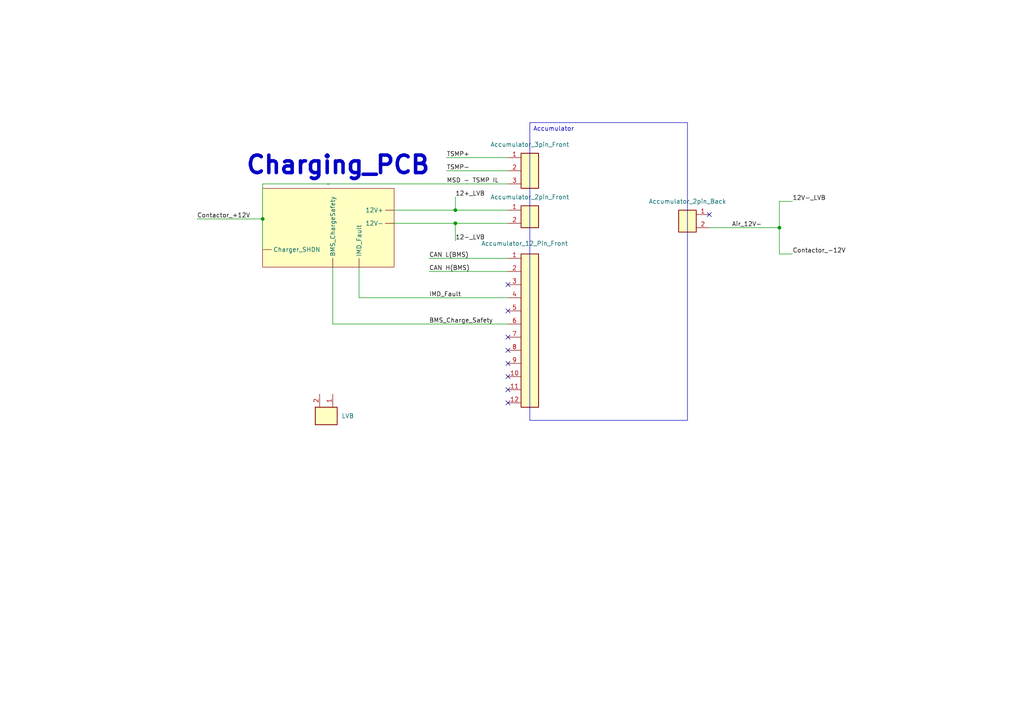
<source format=kicad_sch>
(kicad_sch (version 20250114) (generator "eeschema") (generator_version "9.0")
  (paper "A4")
  (lib_symbols
    (symbol "Connector_Generic:Conn_02x02_Counter_Clockwise" (pin_names (offset 1.016) (hide yes))
      (property "Value" "Accumulator_2pin_Front" (at 1.27 3.81 0))
      (symbol "Conn_02x02_Counter_Clockwise_1_1"
        (rectangle (start -1.27 1.27) (end 3.81 -5.08) (stroke (width 0.254)) (fill (type background)))
        (pin passive line (at -5.08 0 0) (length 3.81) (name "Pin_1") (number "1"))
        (pin passive line (at -5.08 -3.81 0) (length 3.81) (name "Pin_2") (number "2"))
      )
    )
    (symbol "Connector_Generic:Conn_02x03_Counter_Clockwise" (pin_names (offset 1.016) (hide yes))
      (property "Value" "Accumulator_3pin_Front" (at 1.27 6.35 0))
      (symbol "Conn_02x03_Counter_Clockwise_1_1"
        (rectangle (start -1.27 3.81) (end 3.81 -6.35) (stroke (width 0.254)) (fill (type background)))
        (pin passive line (at -5.08 2.54 0) (length 3.81) (name "Pin_1") (number "1"))
        (pin passive line (at -5.08 -1.27 0) (length 3.81) (name "Pin_2") (number "2"))
        (pin passive line (at -5.08 -5.08 0) (length 3.81) (name "Pin_3") (number "3"))
      )
    )
    (symbol "Connector_Generic:Conn_02x12_Counter_Clockwise" (pin_names (offset 1.016) (hide yes))
      (property "Value" "Accumulator_12_Pin" (at 0 20.828 0))
      (symbol "Conn_02x12_Counter_Clockwise_1_1"
        (rectangle (start -1.27 13.97) (end 3.81 -30.48) (stroke (width 0.254)) (fill (type background)))
        (pin passive line (at -5.08 12.7 0) (length 3.81) (name "Pin_1") (number "1"))
        (pin passive line (at -5.08 8.89 0) (length 3.81) (name "Pin_2") (number "2"))
        (pin passive line (at -5.08 5.08 0) (length 3.81) (name "Pin_3") (number "3"))
        (pin passive line (at -5.08 1.27 0) (length 3.81) (name "Pin_4") (number "4"))
        (pin passive line (at -5.08 -2.54 0) (length 3.81) (name "Pin_5") (number "5"))
        (pin passive line (at -5.08 -6.35 0) (length 3.81) (name "Pin_6") (number "6"))
        (pin passive line (at -5.08 -10.16 0) (length 3.81) (name "Pin_7") (number "7"))
        (pin passive line (at -5.08 -13.97 0) (length 3.81) (name "Pin_8") (number "8"))
        (pin passive line (at -5.08 -17.78 0) (length 3.81) (name "Pin_9") (number "9"))
        (pin passive line (at -5.08 -21.59 0) (length 3.81) (name "Pin_10") (number "10"))
        (pin passive line (at -5.08 -25.4 0) (length 3.81) (name "Pin_11") (number "11"))
        (pin passive line (at -5.08 -29.21 0) (length 3.81) (name "Pin_12") (number "12"))
      )
    )
    (symbol "New_Library:_1"
      (symbol "_1_1_1"
        (text_box "" (at -17.78 10.16 0) (size 38.1 -22.86) (margins 1.016 1.016 1.016 1.016) (fill (type color) (color 255 255 194 1)) (effects (font (size 1.27 1.27)) (justify left top)))
        (pin input line (at -17.78 3.81 0) (length 2.54) (name "12V+") (number ""))
        (pin input line (at -17.78 0 0) (length 2.54) (name "12V-") (number ""))
        (pin input line (at -7.62 -12.7 90) (length 2.54) (name "IMD_Fault") (number ""))
        (pin input line (at 0 -12.7 90) (length 2.54) (name "BMS_ChargeSafety") (number ""))
        (pin output line (at 20.32 -7.62 180) (length 2.54) (name "Charger_SHDN") (number ""))
      )
    )
  )
  (text "Charging_PCB" (at 98.044 48.006 0) (effects (font (size 5.08 5.08) (thickness 1.016) (bold yes))))
  (text_box "Accumulator" (at 153.67 35.56 0) (size 45.72 86.36) (margins 0.9525 0.9525 0.9525 0.9525) (effects (font (size 1.27 1.27)) (justify left top)))
  (junction (at 226.06 66.04))
  (junction (at 76.2 63.5))
  (junction (at 132.08 64.77))
  (junction (at 132.08 60.96))
  (no_connect (at 147.32 105.41))
  (no_connect (at 147.32 101.6))
  (no_connect (at 147.32 113.03))
  (no_connect (at 205.74 62.23))
  (no_connect (at 147.32 116.84))
  (no_connect (at 147.32 82.55))
  (no_connect (at 147.32 109.22))
  (no_connect (at 147.32 90.17))
  (no_connect (at 147.32 97.79))
  (wire (pts (xy 132.08 69.85) (xy 132.08 64.77)))
  (wire (pts (xy 226.06 66.04) (xy 226.06 73.66)))
  (wire (pts (xy 114.3 64.77) (xy 132.08 64.77)))
  (wire (pts (xy 129.54 45.72) (xy 147.32 45.72)))
  (wire (pts (xy 96.52 93.98) (xy 147.32 93.98)))
  (wire (pts (xy 226.06 73.66) (xy 229.87 73.66)))
  (wire (pts (xy 76.2 53.34) (xy 147.32 53.34)))
  (wire (pts (xy 226.06 58.42) (xy 229.87 58.42)))
  (wire (pts (xy 96.52 77.47) (xy 96.52 93.98)))
  (wire (pts (xy 104.14 86.36) (xy 147.32 86.36)))
  (wire (pts (xy 76.2 63.5) (xy 76.2 72.39)))
  (wire (pts (xy 124.46 78.74) (xy 147.32 78.74)))
  (wire (pts (xy 124.46 74.93) (xy 147.32 74.93)))
  (wire (pts (xy 129.54 49.53) (xy 147.32 49.53)))
  (wire (pts (xy 132.08 57.15) (xy 132.08 60.96)))
  (wire (pts (xy 114.3 60.96) (xy 132.08 60.96)))
  (wire (pts (xy 205.74 66.04) (xy 226.06 66.04)))
  (wire (pts (xy 76.2 53.34) (xy 76.2 63.5)))
  (wire (pts (xy 104.14 77.47) (xy 104.14 86.36)))
  (wire (pts (xy 57.15 63.5) (xy 76.2 63.5)))
  (wire (pts (xy 226.06 66.04) (xy 226.06 58.42)))
  (wire (pts (xy 132.08 64.77) (xy 147.32 64.77)))
  (wire (pts (xy 132.08 60.96) (xy 147.32 60.96)))
  (label "TSMP-" (at 129.54 49.53 0))
  (label "BMS_Charge_Safety" (at 124.46 93.98 0))
  (label "12-_LVB" (at 132.08 69.85 0))
  (label "IMD_Fault" (at 124.46 86.36 0))
  (label "CAN H(BMS)" (at 124.46 78.74 0))
  (label "12+_LVB" (at 132.08 57.15 0))
  (label "TSMP+" (at 129.54 45.72 0))
  (label "CAN L(BMS)" (at 124.46 74.93 0))
  (label "MSD - TSMP IL" (at 129.54 53.34 0))
  (label "Air_12V-" (at 220.98 66.04 180))
  (label "Contactor_+12V" (at 57.15 63.5 0))
  (label "Contactor_-12V" (at 229.87 73.66 0))
  (label "12V-_LVB" (at 229.87 58.42 0))
  (symbol (lib_id "Connector_Generic:Conn_02x03_Counter_Clockwise") (at 152.4 48.26 0) (unit 1)
    (property "Reference" "J3" (effects (hide yes)))
    (property "Value" "Accumulator_3pin_Front" (at 153.67 41.91 0))
    (property "Description" "Generic connector, double row, 02x03, counter clockwise pin numbering scheme (similar to DIP package numbering), script generated (kicad-library-utils/schlib/autogen/connector/)" (effects (hide yes)))
  )
  (symbol (lib_id "Connector_Generic:Conn_02x02_Counter_Clockwise") (at 96.52 119.38 270) (unit 1)
    (property "Reference" "J4" (effects (hide yes)))
    (property "Value" "LVB" (at 99.06 120.6499 90) (effects (justify left)))
    (property "Description" "Generic connector, double row, 02x02, counter clockwise pin numbering scheme (similar to DIP package numbering), script generated (kicad-library-utils/schlib/autogen/connector/)" (effects (hide yes)))
  )
  (symbol (lib_id "New_Library:_1") (at 96.52 64.77 0) (mirror y) (unit 1)
    (property "Reference" "U1" (effects (hide yes)))
    (property "Value" "~" (at 95.25 53.34 0))
  )
  (symbol (lib_id "Connector_Generic:Conn_02x02_Counter_Clockwise") (at 200.66 62.23 0) (mirror y) (unit 1)
    (property "Reference" "J5" (effects (hide yes)))
    (property "Value" "Accumulator_2pin_Back" (at 199.39 58.42 0))
    (property "Description" "Generic connector, double row, 02x02, counter clockwise pin numbering scheme (similar to DIP package numbering), script generated (kicad-library-utils/schlib/autogen/connector/)" (effects (hide yes)))
  )
  (symbol (lib_id "Connector_Generic:Conn_02x02_Counter_Clockwise") (at 152.4 60.96 0) (unit 1)
    (property "Reference" "J2" (effects (hide yes)))
    (property "Value" "Accumulator_2pin_Front" (at 153.67 57.15 0))
    (property "Description" "Generic connector, double row, 02x02, counter clockwise pin numbering scheme (similar to DIP package numbering), script generated (kicad-library-utils/schlib/autogen/connector/)" (effects (hide yes)))
  )
  (symbol (lib_id "Connector_Generic:Conn_02x12_Counter_Clockwise") (at 152.4 87.63 0) (unit 1)
    (property "Reference" "J1" (effects (hide yes)))
    (property "Value" "Accumulator_12_Pin_Front" (at 152.146 70.612 0))
    (property "Description" "Generic connector, double row, 02x12, counter clockwise pin numbering scheme (similar to DIP package numbering), script generated (kicad-library-utils/schlib/autogen/connector/)" (effects (hide yes)))
  )
)
</source>
